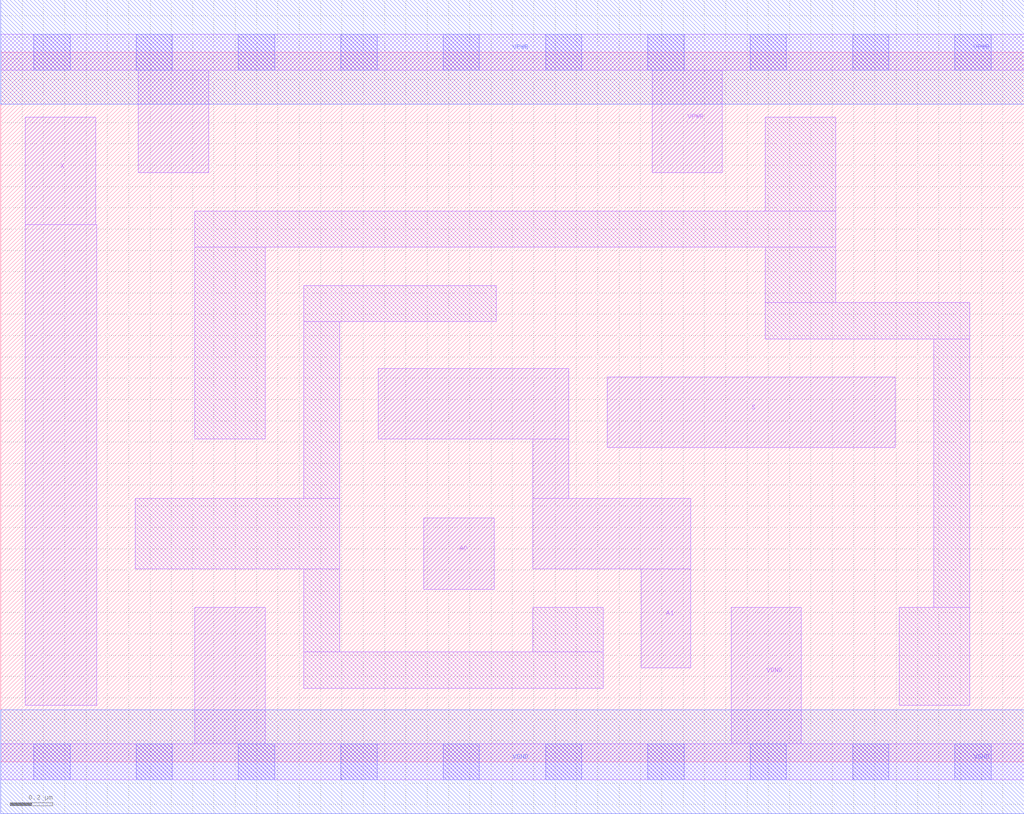
<source format=lef>
# Copyright 2020 The SkyWater PDK Authors
#
# Licensed under the Apache License, Version 2.0 (the "License");
# you may not use this file except in compliance with the License.
# You may obtain a copy of the License at
#
#     https://www.apache.org/licenses/LICENSE-2.0
#
# Unless required by applicable law or agreed to in writing, software
# distributed under the License is distributed on an "AS IS" BASIS,
# WITHOUT WARRANTIES OR CONDITIONS OF ANY KIND, either express or implied.
# See the License for the specific language governing permissions and
# limitations under the License.
#
# SPDX-License-Identifier: Apache-2.0

VERSION 5.7 ;
  NAMESCASESENSITIVE ON ;
  NOWIREEXTENSIONATPIN ON ;
  DIVIDERCHAR "/" ;
  BUSBITCHARS "[]" ;
UNITS
  DATABASE MICRONS 200 ;
END UNITS
MACRO sky130_fd_sc_lp__mux2_lp2
  CLASS CORE ;
  SOURCE USER ;
  FOREIGN sky130_fd_sc_lp__mux2_lp2 ;
  ORIGIN  0.000000  0.000000 ;
  SIZE  4.800000 BY  3.330000 ;
  SYMMETRY X Y R90 ;
  SITE unit ;
  PIN A0
    ANTENNAGATEAREA  0.313000 ;
    DIRECTION INPUT ;
    USE SIGNAL ;
    PORT
      LAYER li1 ;
        RECT 1.985000 0.810000 2.315000 1.145000 ;
    END
  END A0
  PIN A1
    ANTENNAGATEAREA  0.313000 ;
    DIRECTION INPUT ;
    USE SIGNAL ;
    PORT
      LAYER li1 ;
        RECT 1.770000 1.515000 2.665000 1.845000 ;
        RECT 2.495000 0.905000 3.235000 1.235000 ;
        RECT 2.495000 1.235000 2.665000 1.515000 ;
        RECT 3.005000 0.440000 3.235000 0.905000 ;
    END
  END A1
  PIN S
    ANTENNAGATEAREA  0.689000 ;
    DIRECTION INPUT ;
    USE SIGNAL ;
    PORT
      LAYER li1 ;
        RECT 2.845000 1.475000 4.195000 1.805000 ;
    END
  END S
  PIN X
    ANTENNADIFFAREA  0.404700 ;
    DIRECTION OUTPUT ;
    USE SIGNAL ;
    PORT
      LAYER li1 ;
        RECT 0.115000 0.265000 0.450000 2.520000 ;
        RECT 0.115000 2.520000 0.445000 3.025000 ;
    END
  END X
  PIN VGND
    DIRECTION INOUT ;
    USE GROUND ;
    PORT
      LAYER li1 ;
        RECT 0.000000 -0.085000 4.800000 0.085000 ;
        RECT 0.910000  0.085000 1.240000 0.725000 ;
        RECT 3.425000  0.085000 3.755000 0.725000 ;
      LAYER mcon ;
        RECT 0.155000 -0.085000 0.325000 0.085000 ;
        RECT 0.635000 -0.085000 0.805000 0.085000 ;
        RECT 1.115000 -0.085000 1.285000 0.085000 ;
        RECT 1.595000 -0.085000 1.765000 0.085000 ;
        RECT 2.075000 -0.085000 2.245000 0.085000 ;
        RECT 2.555000 -0.085000 2.725000 0.085000 ;
        RECT 3.035000 -0.085000 3.205000 0.085000 ;
        RECT 3.515000 -0.085000 3.685000 0.085000 ;
        RECT 3.995000 -0.085000 4.165000 0.085000 ;
        RECT 4.475000 -0.085000 4.645000 0.085000 ;
      LAYER met1 ;
        RECT 0.000000 -0.245000 4.800000 0.245000 ;
    END
  END VGND
  PIN VPWR
    DIRECTION INOUT ;
    USE POWER ;
    PORT
      LAYER li1 ;
        RECT 0.000000 3.245000 4.800000 3.415000 ;
        RECT 0.645000 2.765000 0.975000 3.245000 ;
        RECT 3.055000 2.765000 3.385000 3.245000 ;
      LAYER mcon ;
        RECT 0.155000 3.245000 0.325000 3.415000 ;
        RECT 0.635000 3.245000 0.805000 3.415000 ;
        RECT 1.115000 3.245000 1.285000 3.415000 ;
        RECT 1.595000 3.245000 1.765000 3.415000 ;
        RECT 2.075000 3.245000 2.245000 3.415000 ;
        RECT 2.555000 3.245000 2.725000 3.415000 ;
        RECT 3.035000 3.245000 3.205000 3.415000 ;
        RECT 3.515000 3.245000 3.685000 3.415000 ;
        RECT 3.995000 3.245000 4.165000 3.415000 ;
        RECT 4.475000 3.245000 4.645000 3.415000 ;
      LAYER met1 ;
        RECT 0.000000 3.085000 4.800000 3.575000 ;
    END
  END VPWR
  OBS
    LAYER li1 ;
      RECT 0.630000 0.905000 1.590000 1.235000 ;
      RECT 0.910000 1.515000 1.240000 2.415000 ;
      RECT 0.910000 2.415000 3.915000 2.585000 ;
      RECT 1.420000 0.345000 2.825000 0.515000 ;
      RECT 1.420000 0.515000 1.590000 0.905000 ;
      RECT 1.420000 1.235000 1.590000 2.065000 ;
      RECT 1.420000 2.065000 2.325000 2.235000 ;
      RECT 2.495000 0.515000 2.825000 0.725000 ;
      RECT 3.585000 1.985000 4.545000 2.155000 ;
      RECT 3.585000 2.155000 3.915000 2.415000 ;
      RECT 3.585000 2.585000 3.915000 3.025000 ;
      RECT 4.215000 0.265000 4.545000 0.725000 ;
      RECT 4.375000 0.725000 4.545000 1.985000 ;
  END
END sky130_fd_sc_lp__mux2_lp2

</source>
